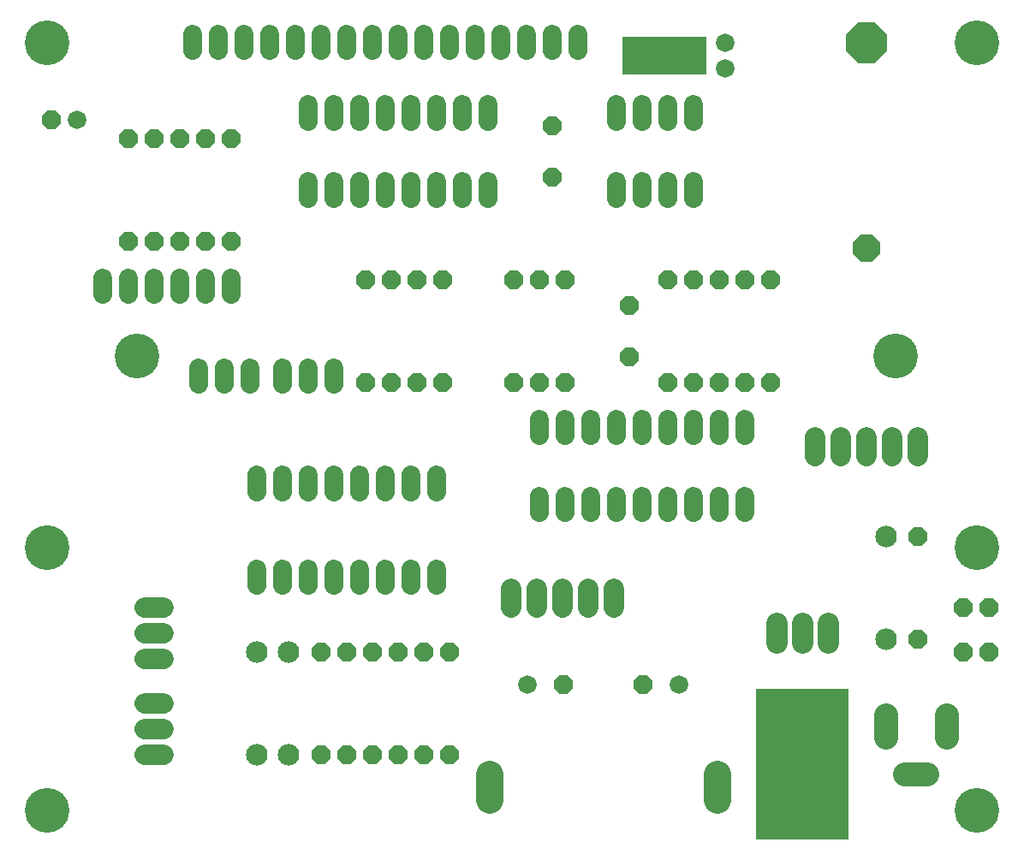
<source format=gts>
G75*
G70*
%OFA0B0*%
%FSLAX24Y24*%
%IPPOS*%
%LPD*%
%AMOC8*
5,1,8,0,0,1.08239X$1,22.5*
%
%ADD10R,0.3600X0.5900*%
%ADD11R,0.3250X0.1500*%
%ADD12C,0.0720*%
%ADD13OC8,0.0720*%
%ADD14C,0.0720*%
%ADD15OC8,0.1080*%
%ADD16OC8,0.1580*%
%ADD17C,0.0840*%
%ADD18C,0.1380*%
%ADD19C,0.0800*%
%ADD20C,0.0840*%
%ADD21C,0.1080*%
%ADD22C,0.0940*%
%ADD23C,0.1740*%
D10*
X031222Y003622D03*
D11*
X025847Y031222D03*
D12*
X025972Y029292D02*
X025972Y028652D01*
X024972Y028652D02*
X024972Y029292D01*
X023972Y029292D02*
X023972Y028652D01*
X023972Y026292D02*
X023972Y025652D01*
X024972Y025652D02*
X024972Y026292D01*
X025972Y026292D02*
X025972Y025652D01*
X026972Y025652D02*
X026972Y026292D01*
X026972Y028652D02*
X026972Y029292D01*
X022472Y031402D02*
X022472Y032042D01*
X021472Y032042D02*
X021472Y031402D01*
X020472Y031402D02*
X020472Y032042D01*
X019472Y032042D02*
X019472Y031402D01*
X018472Y031402D02*
X018472Y032042D01*
X017472Y032042D02*
X017472Y031402D01*
X016472Y031402D02*
X016472Y032042D01*
X015472Y032042D02*
X015472Y031402D01*
X014472Y031402D02*
X014472Y032042D01*
X013472Y032042D02*
X013472Y031402D01*
X012472Y031402D02*
X012472Y032042D01*
X011472Y032042D02*
X011472Y031402D01*
X010472Y031402D02*
X010472Y032042D01*
X009472Y032042D02*
X009472Y031402D01*
X008472Y031402D02*
X008472Y032042D01*
X007472Y032042D02*
X007472Y031402D01*
X011972Y029292D02*
X011972Y028652D01*
X012972Y028652D02*
X012972Y029292D01*
X013972Y029292D02*
X013972Y028652D01*
X014972Y028652D02*
X014972Y029292D01*
X015972Y029292D02*
X015972Y028652D01*
X016972Y028652D02*
X016972Y029292D01*
X017972Y029292D02*
X017972Y028652D01*
X018972Y028652D02*
X018972Y029292D01*
X018972Y026292D02*
X018972Y025652D01*
X017972Y025652D02*
X017972Y026292D01*
X016972Y026292D02*
X016972Y025652D01*
X015972Y025652D02*
X015972Y026292D01*
X014972Y026292D02*
X014972Y025652D01*
X013972Y025652D02*
X013972Y026292D01*
X012972Y026292D02*
X012972Y025652D01*
X011972Y025652D02*
X011972Y026292D01*
X008972Y022542D02*
X008972Y021902D01*
X007972Y021902D02*
X007972Y022542D01*
X006972Y022542D02*
X006972Y021902D01*
X005972Y021902D02*
X005972Y022542D01*
X004972Y022542D02*
X004972Y021902D01*
X003972Y021902D02*
X003972Y022542D01*
X007722Y019042D02*
X007722Y018402D01*
X008722Y018402D02*
X008722Y019042D01*
X009722Y019042D02*
X009722Y018402D01*
X010972Y018402D02*
X010972Y019042D01*
X011972Y019042D02*
X011972Y018402D01*
X012972Y018402D02*
X012972Y019042D01*
X012972Y014862D02*
X012972Y014222D01*
X013972Y014222D02*
X013972Y014862D01*
X014972Y014862D02*
X014972Y014222D01*
X015972Y014222D02*
X015972Y014862D01*
X016972Y014862D02*
X016972Y014222D01*
X016972Y011222D02*
X016972Y010582D01*
X015972Y010582D02*
X015972Y011222D01*
X014972Y011222D02*
X014972Y010582D01*
X013972Y010582D02*
X013972Y011222D01*
X012972Y011222D02*
X012972Y010582D01*
X011972Y010582D02*
X011972Y011222D01*
X010972Y011222D02*
X010972Y010582D01*
X009972Y010582D02*
X009972Y011222D01*
X009972Y014222D02*
X009972Y014862D01*
X010972Y014862D02*
X010972Y014222D01*
X011972Y014222D02*
X011972Y014862D01*
X020972Y014042D02*
X020972Y013402D01*
X021972Y013402D02*
X021972Y014042D01*
X022972Y014042D02*
X022972Y013402D01*
X023972Y013402D02*
X023972Y014042D01*
X024972Y014042D02*
X024972Y013402D01*
X025972Y013402D02*
X025972Y014042D01*
X026972Y014042D02*
X026972Y013402D01*
X027972Y013402D02*
X027972Y014042D01*
X028972Y014042D02*
X028972Y013402D01*
X028972Y016402D02*
X028972Y017042D01*
X027972Y017042D02*
X027972Y016402D01*
X026972Y016402D02*
X026972Y017042D01*
X025972Y017042D02*
X025972Y016402D01*
X024972Y016402D02*
X024972Y017042D01*
X023972Y017042D02*
X023972Y016402D01*
X022972Y016402D02*
X022972Y017042D01*
X021972Y017042D02*
X021972Y016402D01*
X020972Y016402D02*
X020972Y017042D01*
D13*
X020972Y018472D03*
X021972Y018472D03*
X019972Y018472D03*
X017222Y018472D03*
X016222Y018472D03*
X015222Y018472D03*
X014222Y018472D03*
X014222Y022472D03*
X015222Y022472D03*
X016222Y022472D03*
X017222Y022472D03*
X019972Y022472D03*
X020972Y022472D03*
X021972Y022472D03*
X024472Y021472D03*
X025972Y022472D03*
X026972Y022472D03*
X027972Y022472D03*
X028972Y022472D03*
X029972Y022472D03*
X029972Y018472D03*
X028972Y018472D03*
X027972Y018472D03*
X026972Y018472D03*
X025972Y018472D03*
X024472Y019472D03*
X021472Y026472D03*
X021472Y028472D03*
X008972Y027972D03*
X007972Y027972D03*
X006972Y027972D03*
X005972Y027972D03*
X004972Y027972D03*
X001972Y028722D03*
X004972Y023972D03*
X005972Y023972D03*
X006972Y023972D03*
X007972Y023972D03*
X008972Y023972D03*
X012472Y007972D03*
X013472Y007972D03*
X014472Y007972D03*
X015472Y007972D03*
X016472Y007972D03*
X017472Y007972D03*
X021922Y006722D03*
X025022Y006722D03*
X017472Y003972D03*
X016472Y003972D03*
X015472Y003972D03*
X014472Y003972D03*
X013472Y003972D03*
X012472Y003972D03*
X035722Y008472D03*
X037472Y007972D03*
X038472Y007972D03*
X038472Y009722D03*
X037472Y009722D03*
X035722Y012472D03*
D14*
X026422Y006722D03*
X020522Y006722D03*
X002972Y028722D03*
X028222Y030722D03*
X028222Y031722D03*
D15*
X033722Y023722D03*
D16*
X033722Y031722D03*
D17*
X032222Y009102D02*
X032222Y008342D01*
X031222Y008342D02*
X031222Y009102D01*
X030222Y009102D02*
X030222Y008342D01*
D18*
X031222Y001822D03*
D19*
X023875Y009704D02*
X023875Y010424D01*
X022875Y010424D02*
X022875Y009704D01*
X021875Y009704D02*
X021875Y010424D01*
X020875Y010424D02*
X020875Y009704D01*
X019875Y009704D02*
X019875Y010424D01*
X031722Y015612D02*
X031722Y016332D01*
X032722Y016332D02*
X032722Y015612D01*
X033722Y015612D02*
X033722Y016332D01*
X034722Y016332D02*
X034722Y015612D01*
X035722Y015612D02*
X035722Y016332D01*
X006332Y009722D02*
X005612Y009722D01*
X005612Y008722D02*
X006332Y008722D01*
X006332Y007722D02*
X005612Y007722D01*
X005612Y005972D02*
X006332Y005972D01*
X006332Y004972D02*
X005612Y004972D01*
X005612Y003972D02*
X006332Y003972D01*
D20*
X009972Y003972D03*
X011222Y003972D03*
X011222Y007972D03*
X009972Y007972D03*
X034472Y008472D03*
X034472Y012472D03*
D21*
X027902Y003222D02*
X027902Y002222D01*
X019042Y002222D02*
X019042Y003222D01*
D22*
X034471Y004652D02*
X034471Y005512D01*
X036833Y005512D02*
X036833Y004652D01*
X036082Y003192D02*
X035222Y003192D01*
D23*
X001797Y001797D03*
X001797Y012033D03*
X005312Y019492D03*
X001797Y031718D03*
X034842Y019492D03*
X038017Y012033D03*
X038017Y001797D03*
X038017Y031718D03*
M02*

</source>
